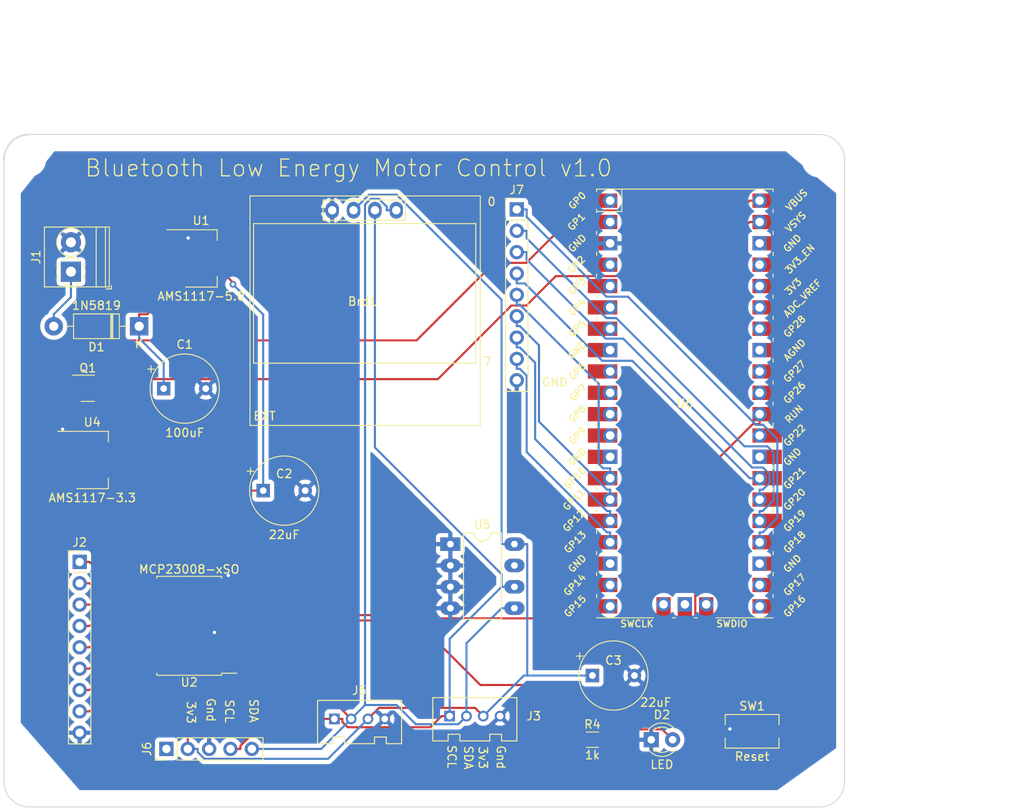
<source format=kicad_pcb>
(kicad_pcb (version 20211014) (generator pcbnew)
  (layers (0 "F.Cu" signal) (31 "B.Cu" signal) (34 "B.Paste" user) (35 "F.Paste" user) (36 "B.SilkS" user "B.Silkscreen") (37 "F.SilkS" user "F.Silkscreen") (38 "B.Mask" user) (39 "F.Mask" user) (44 "Edge.Cuts" user))
  (net 0 "")
  (net 1 "/VIN")
  (net 2 "/GND")
  (net 3 "/5V")
  (net 4 "/3V3")
  (net 5 "/12V")
  (net 6 "Net-(D2-Pad2)")
  (net 10 "Net-(J2-Pad1)")
  (net 11 "Net-(J2-Pad2)")
  (net 12 "Net-(J2-Pad3)")
  (net 13 "Net-(J2-Pad4)")
  (net 14 "Net-(J2-Pad5)")
  (net 15 "Net-(J2-Pad6)")
  (net 16 "Net-(J2-Pad7)")
  (net 17 "Net-(J2-Pad8)")
  (net 18 "/VBUS")
  (net 20 "Net-(J7-Pad1)")
  (net 21 "Net-(J7-Pad2)")
  (net 22 "Net-(J7-Pad3)")
  (net 23 "Net-(J7-Pad4)")
  (net 24 "Net-(J7-Pad5)")
  (net 25 "Net-(J7-Pad6)")
  (net 26 "Net-(J7-Pad7)")
  (net 27 "/VSYS")
  (net 28 "/RUN")
  (net 29 "/SCL")
  (net 30 "/SDA")
  (net 59 "Net-(J7-Pad8)")
  (footprint "Resistor_SMD:R_1206_3216Metric" (layer "F.Cu") (at 170 122)
    (fp_text reference "R4")
    (fp_text value "1k")
  )
  (footprint "Capacitor_THT:CP_Radial_Tantal_D8.0mm_P5.00mm" (layer "F.Cu") (at 118.9987 80.2315)
    (fp_text reference "C1")
    (fp_text value "100uF")
  )
  (footprint "Package_TO_SOT_SMD:SOT-223-3_TabPin2" (layer "F.Cu") (at 123.4544 64.7449)
    (fp_text reference "U1")
    (fp_text value "AMS1117-5.0")
  )
  (footprint "MountingHole:MountingHole_3.2mm_M3" (layer "F.Cu") (at 104 126)
    (fp_text reference "H4")
    (fp_text value "0")
  )
  (footprint "LED_THT:LED_D3.0mm" (layer "F.Cu") (at 177 122)
    (fp_text reference "D2")
    (fp_text value "LED")
  )
  (footprint "MCU_RaspberryPi_and_Boards:RP2040Pico" (layer "F.Cu") (at 181 82)
    (fp_text reference "U6")
    (fp_text value "Pico")
  )
  (footprint "Diode_THT:D_DO-41_SOD81_P10.16mm_Horizontal" (layer "F.Cu") (at 116.08 72.8163 180)
    (fp_text reference "D1")
    (fp_text value "1N5819")
  )
  (footprint "Package_DIP:DIP-8_W7.62mm_LongPads" (layer "F.Cu") (at 153.1012 98.7328)
    (fp_text reference "U5")
    (fp_text value "CAT24C256")
  )
  (footprint "Connector_PinHeader_2.54mm:PinHeader_1x09_P2.54mm_Vertical" (layer "F.Cu") (at 109 100.85)
    (fp_text reference "J2")
    (fp_text value "parallel port")
  )
  (footprint "MountingHole:MountingHole_3.2mm_M3" (layer "F.Cu") (at 197 53)
    (fp_text reference "H1")
    (fp_text value "0")
  )
  (footprint "Connector_PinHeader_2.54mm:PinHeader_1x05_P2.54mm_Vertical" (layer "F.Cu") (at 119.3261 123.0953 90)
    (fp_text reference "J6")
    (fp_text value "I2C")
  )
  (footprint "Package_TO_SOT_SMD:SOT-23-3" (layer "F.Cu") (at 109.9717 80.1918)
    (fp_text reference "Q1")
    (fp_text value "DMG2305UX-7")
  )
  (footprint "MountingHole:MountingHole_3.2mm_M3" (layer "F.Cu") (at 103 53)
    (fp_text reference "H3")
    (fp_text value "0")
  )
  (footprint "Package_TO_SOT_SMD:SOT-223-3_TabPin2" (layer "F.Cu") (at 110.503 88.7273)
    (fp_text reference "U4")
    (fp_text value "AMS1117-3.3")
  )
  (footprint "Button_Switch_SMD:SW_Tactile_SPST_NO_Straight_CK_PTS636Sx25SMTRLFS" (layer "F.Cu") (at 189 121)
    (fp_text reference "SW1")
    (fp_text value "Reset")
  )
  (footprint "Capacitor_THT:CP_Radial_Tantal_D8.0mm_P5.00mm" (layer "F.Cu") (at 170 114.3662)
    (fp_text reference "C3")
    (fp_text value "22uF")
  )
  (footprint "oled:128x64OLED" (layer "F.Cu") (at 142.6654 69.6118)
    (fp_text reference "Brd1")
    (fp_text value "SSD1306")
  )
  (footprint "OPL_Connector:HW4-2.0" (layer "F.Cu") (at 142.2983 119.5243)
    (fp_text reference "J5")
    (fp_text value "I2C")
  )
  (footprint "OPL_Connector:HW4-2.0" (layer "F.Cu") (at 156.0159 119.1948)
    (fp_text reference "J3")
    (fp_text value "I2C")
  )
  (footprint "TerminalBlock_Phoenix:TerminalBlock_Phoenix_PT-1,5-2-3.5-H_1x02_P3.50mm_Horizontal" (layer "F.Cu") (at 107.966 66.3221 90)
    (fp_text reference "J1")
    (fp_text value "Screw_Terminal_01x02")
  )
  (footprint "Connector_PinHeader_2.54mm:PinHeader_1x09_P2.54mm_Vertical" (layer "F.Cu") (at 161 58.92)
    (fp_text reference "J7")
    (fp_text value "keypad")
  )
  (footprint "Capacitor_THT:CP_Radial_Tantal_D8.0mm_P5.00mm" (layer "F.Cu") (at 130.8321 92.3683)
    (fp_text reference "C2")
    (fp_text value "22uF")
  )
  (footprint "Package_SO:SOIC-18W_7.5x11.6mm_P1.27mm" (layer "F.Cu") (at 122.0329 108.4495 180)
    (fp_text reference "U2")
    (fp_text value "MCP23008-xSO")
  )
  (footprint "MountingHole:MountingHole_3.2mm_M3" (layer "F.Cu") (at 197 127)
    (fp_text reference "H2")
    (fp_text value "0")
  )
  (gr_arc (start 100 53) (mid 100.87868 50.87868) (end 103 50) (layer "Edge.Cuts") (width 0.2))
  (gr_arc (start 103 130) (mid 100.87868 129.12132) (end 100 127) (layer "Edge.Cuts") (width 0.1))
  (gr_line (start 103 50) (end 197 50) (layer "Edge.Cuts") (width 0.1))
  (gr_arc (start 200 127) (mid 199.12132 129.12132) (end 197 130) (layer "Edge.Cuts") (width 0.1))
  (gr_line (start 100 53) (end 100 127) (layer "Edge.Cuts") (width 0.1))
  (gr_arc (start 197 50) (mid 199.12132 50.87868) (end 200 53) (layer "Edge.Cuts") (width 0.1))
  (gr_line (start 197 130) (end 103 130) (layer "Edge.Cuts") (width 0.1))
  (gr_line (start 200 53) (end 200 127) (layer "Edge.Cuts") (width 0.1))
  (gr_text "Gnd\n" (at 124.612001 118.462354 270) (layer "F.SilkS") (effects (font (size 1 1))))
  (gr_text "3v3\n" (at 156.983297 124.133479 270) (layer "F.SilkS") (effects (font (size 1 1))))
  (gr_text "SDA" (at 155.252232 124.133479 270) (layer "F.SilkS") (effects (font (size 1 1))))
  (gr_text "7" (at 157.5 77) (layer "F.SilkS") (effects (font (size 1 1))))
  (gr_text "GND" (at 165.520746 79.489232) (layer "F.SilkS") (effects (font (size 1 1))))
  (gr_text "SCL" (at 126.814151 118.609164 270) (layer "F.SilkS") (effects (font (size 1 1))))
  (gr_text "SCL" (at 153.266597 124.031652 270) (layer "F.SilkS") (effects (font (size 1 1))))
  (gr_text "0" (at 158 58) (layer "F.SilkS") (effects (font (size 1 1))))
  (gr_text "SDA" (at 129.701414 118.560228 270) (layer "F.SilkS") (effects (font (size 1 1))))
  (gr_text "Bluetooth Low Energy Motor Control v1.0\n" (at 141 54) (layer "F.SilkS") (effects (font (size 2 2))))
  (gr_text "Gnd\n" (at 159.121673 124.082566 270) (layer "F.SilkS") (effects (font (size 1 1))))
  (gr_text "3v3\n" (at 122.258464 118.755974 270) (layer "F.SilkS") (effects (font (size 1 1))))
  (gr_text "EXT" (at 131 83.5) (layer "F.SilkS") (effects (font (size 1 1))))
  (segment (start 120.3044 67.0449) (end 120.3044 68.1218) (width 0.25) (layer "F.Cu") (net 1))
  (segment (start 117.0368 71.3894) (end 116.08 71.3894) (width 0.25) (layer "F.Cu") (net 1))
  (segment (start 116.08 72.8163) (end 116.08 71.3894) (width 0.25) (layer "F.Cu") (net 1))
  (segment (start 120.3044 68.1218) (end 117.0368 71.3894) (width 0.25) (layer "F.Cu") (net 1))
  (segment (start 116.08 72.8163) (end 116.08 74.2432) (width 0.25) (layer "B.Cu") (net 1))
  (segment (start 116.08 74.2432) (end 118.9987 77.1619) (width 0.25) (layer "B.Cu") (net 1))
  (segment (start 118.9987 77.1619) (end 118.9987 80.2315) (width 0.25) (layer "B.Cu") (net 1))
  (segment (start 126.2057 109.2423) (end 126.6829 109.7195) (width 0.25) (layer "F.Cu") (net 2))
  (segment (start 186.3568 120.7201) (end 186.0769 121) (width 0.25) (layer "F.Cu") (net 2))
  (segment (start 121.7627 62.3135) (end 121.6313 62.4449) (width 0.25) (layer "F.Cu") (net 2))
  (segment (start 185.125 121) (end 186.0769 121) (width 0.25) (layer "F.Cu") (net 2))
  (segment (start 107.353 86.4273) (end 107.353 85.3504) (width 0.25) (layer "F.Cu") (net 2))
  (segment (start 121.9118 62.3135) (end 121.7627 62.3135) (width 0.25) (layer "F.Cu") (net 2))
  (segment (start 126.2057 109.2423) (end 126.2057 108.9267) (width 0.25) (layer "F.Cu") (net 2))
  (segment (start 126.2057 108.9267) (end 126.6829 108.4495) (width 0.25) (layer "F.Cu") (net 2))
  (segment (start 125.0399 109.2423) (end 126.2057 109.2423) (width 0.25) (layer "F.Cu") (net 2))
  (segment (start 126.6829 102.4558) (end 126.6829 103.3695) (width 0.25) (layer "F.Cu") (net 2))
  (segment (start 106.9736 85.0681) (end 107.2559 85.3504) (width 0.25) (layer "F.Cu") (net 2))
  (segment (start 126.6829 110.9895) (end 126.6829 109.7195) (width 0.25) (layer "F.Cu") (net 2))
  (segment (start 120.3044 62.4449) (end 121.6313 62.4449) (width 0.25) (layer "F.Cu") (net 2))
  (segment (start 107.2559 85.3504) (end 107.353 85.3504) (width 0.25) (layer "F.Cu") (net 2))
  (via (at 186.3568 120.7201) (size 0.8) (drill 0.4) (layers "F.Cu" "B.Cu") (net 2))
  (via (at 126.6829 102.4558) (size 0.8) (drill 0.4) (layers "F.Cu" "B.Cu") (net 2))
  (via (at 125.0399 109.2423) (size 0.8) (drill 0.4) (layers "F.Cu" "B.Cu") (net 2))
  (via (at 121.9118 62.3135) (size 0.8) (drill 0.4) (layers "F.Cu" "B.Cu") (net 2))
  (via (at 106.9736 85.0681) (size 0.8) (drill 0.4) (layers "F.Cu" "B.Cu") (net 2))
  (segment (start 127.2409 67.8196) (end 127.2409 67.6083) (width 0.25) (layer "F.Cu") (net 3))
  (segment (start 156.6707 115.4916) (end 162.0291 115.4916) (width 0.25) (layer "F.Cu") (net 3))
  (segment (start 126.6044 65.4698) (end 126.6044 66.9718) (width 0.25) (layer "F.Cu") (net 3))
  (segment (start 125.3183 92.3683) (end 123.2857 92.3683) (width 0.25) (layer "F.Cu") (net 3))
  (segment (start 127.2409 67.6083) (end 126.6044 66.9718) (width 0.25) (layer "F.Cu") (net 3))
  (segment (start 148.9936 107.8145) (end 156.6707 115.4916) (width 0.25) (layer "F.Cu") (net 3))
  (segment (start 123.2857 92.3683) (end 111.1092 80.1918) (width 0.25) (layer "F.Cu") (net 3))
  (segment (start 122.3562 65.4698) (end 121.6313 64.7449) (width 0.25) (layer "F.Cu") (net 3))
  (segment (start 125.3183 107.5155) (end 125.6173 107.8145) (width 0.25) (layer "F.Cu") (net 3))
  (segment (start 126.6044 64.7449) (end 126.6044 65.4698) (width 0.25) (layer "F.Cu") (net 3))
  (segment (start 130.8321 92.3683) (end 125.3183 92.3683) (width 0.25) (layer "F.Cu") (net 3))
  (segment (start 162.0291 115.4916) (end 168.5375 122) (width 0.25) (layer "F.Cu") (net 3))
  (segment (start 126.6044 65.4698) (end 122.3562 65.4698) (width 0.25) (layer "F.Cu") (net 3))
  (segment (start 120.3044 64.7449) (end 121.6313 64.7449) (width 0.25) (layer "F.Cu") (net 3))
  (segment (start 125.3183 92.3683) (end 125.3183 107.5155) (width 0.25) (layer "F.Cu") (net 3))
  (segment (start 125.6173 107.8145) (end 148.9936 107.8145) (width 0.25) (layer "F.Cu") (net 3))
  (via (at 127.2409 67.8196) (size 0.8) (drill 0.4) (layers "F.Cu" "B.Cu") (net 3))
  (segment (start 130.8321 71.4108) (end 130.8321 92.3683) (width 0.25) (layer "B.Cu") (net 3))
  (segment (start 127.2409 67.8196) (end 130.8321 71.4108) (width 0.25) (layer "B.Cu") (net 3))
  (segment (start 109.1789 89.2263) (end 108.6799 88.7273) (width 0.25) (layer "F.Cu") (net 4))
  (segment (start 156.0336 118.2143) (end 157.0141 119.1948) (width 0.25) (layer "F.Cu") (net 4))
  (segment (start 118.788 112.6473) (end 117.9058 113.5295) (width 0.25) (layer "F.Cu") (net 4))
  (segment (start 117.9058 113.5295) (end 117.3829 113.5295) (width 0.25) (layer "F.Cu") (net 4))
  (segment (start 121.8661 117.4898) (end 121.8661 123.0953) (width 0.25) (layer "F.Cu") (net 4))
  (segment (start 107.353 88.7273) (end 108.6799 88.7273) (width 0.25) (layer "F.Cu") (net 4))
  (segment (start 117.9058 113.5295) (end 121.8661 117.4898) (width 0.25) (layer "F.Cu") (net 4))
  (segment (start 144.6065 118.2143) (end 156.0336 118.2143) (width 0.25) (layer "F.Cu") (net 4))
  (segment (start 113.653 89.2263) (end 118.788 94.3613) (width 0.25) (layer "F.Cu") (net 4))
  (segment (start 113.653 88.7273) (end 113.653 89.2263) (width 0.25) (layer "F.Cu") (net 4))
  (segment (start 118.788 94.3613) (end 118.788 112.6473) (width 0.25) (layer "F.Cu") (net 4))
  (segment (start 143.2965 119.5243) (end 144.6065 118.2143) (width 0.25) (layer "F.Cu") (net 4))
  (segment (start 113.653 89.2263) (end 109.1789 89.2263) (width 0.25) (layer "F.Cu") (net 4))
  (segment (start 121.8661 123.0953) (end 123.043 123.0953) (width 0.25) (layer "B.Cu") (net 4))
  (segment (start 123.043 123.4631) (end 123.8524 124.2725) (width 0.25) (layer "B.Cu") (net 4))
  (segment (start 160.7212 98.7328) (end 162.2481 98.7328) (width 0.25) (layer "B.Cu") (net 4))
  (segment (start 123.043 123.0953) (end 123.043 123.4631) (width 0.25) (layer "B.Cu") (net 4))
  (segment (start 141.5854 59.0118) (end 143.4278 57.1694) (width 0.25) (layer "B.Cu") (net 4))
  (segment (start 143.4278 57.1694) (end 146.7094 57.1694) (width 0.25) (layer "B.Cu") (net 4))
  (segment (start 160.7212 98.7328) (end 159.1943 98.7328) (width 0.25) (layer "B.Cu") (net 4))
  (segment (start 157.0141 119.1948) (end 161.8427 114.3662) (width 0.25) (layer "B.Cu") (net 4))
  (segment (start 159.1943 69.6543) (end 159.1943 98.7328) (width 0.25) (layer "B.Cu") (net 4))
  (segment (start 161.8427 114.3662) (end 162.2481 114.3662) (width 0.25) (layer "B.Cu") (net 4))
  (segment (start 146.7094 57.1694) (end 159.1943 69.6543) (width 0.25) (layer "B.Cu") (net 4))
  (segment (start 138.5483 124.2725) (end 143.2965 119.5243) (width 0.25) (layer "B.Cu") (net 4))
  (segment (start 162.2481 114.3662) (end 162.2481 98.7328) (width 0.25) (layer "B.Cu") (net 4))
  (segment (start 123.8524 124.2725) (end 138.5483 124.2725) (width 0.25) (layer "B.Cu") (net 4))
  (segment (start 162.2481 114.3662) (end 170 114.3662) (width 0.25) (layer "B.Cu") (net 4))
  (segment (start 105.92 71.3894) (end 107.966 69.3434) (width 0.25) (layer "B.Cu") (net 5))
  (segment (start 105.92 72.8163) (end 105.92 71.3894) (width 0.25) (layer "B.Cu") (net 5))
  (segment (start 107.966 69.3434) (end 107.966 66.3221) (width 0.25) (layer "B.Cu") (net 5))
  (segment (start 172.6894 120.7731) (end 171.4625 122) (width 0.25) (layer "F.Cu") (net 6))
  (segment (start 178.3131 120.7731) (end 172.6894 120.7731) (width 0.25) (layer "F.Cu") (net 6))
  (segment (start 179.54 122) (end 178.3131 120.7731) (width 0.25) (layer "F.Cu") (net 6))
  (segment (start 109 100.85) (end 110.1769 100.85) (width 0.25) (layer "F.Cu") (net 10))
  (segment (start 112.6964 103.3695) (end 110.1769 100.85) (width 0.25) (layer "F.Cu") (net 10))
  (segment (start 117.3829 103.3695) (end 112.6964 103.3695) (width 0.25) (layer "F.Cu") (net 10))
  (segment (start 111.4264 104.6395) (end 110.1769 103.39) (width 0.25) (layer "F.Cu") (net 11))
  (segment (start 109 103.39) (end 110.1769 103.39) (width 0.25) (layer "F.Cu") (net 11))
  (segment (start 117.3829 104.6395) (end 111.4264 104.6395) (width 0.25) (layer "F.Cu") (net 11))
  (segment (start 117.3829 105.9095) (end 110.1974 105.9095) (width 0.25) (layer "F.Cu") (net 12))
  (segment (start 109 105.93) (end 110.1769 105.93) (width 0.25) (layer "F.Cu") (net 12))
  (segment (start 110.1974 105.9095) (end 110.1769 105.93) (width 0.25) (layer "F.Cu") (net 12))
  (segment (start 111.4674 107.1795) (end 110.1769 108.47) (width 0.25) (layer "F.Cu") (net 13))
  (segment (start 117.3829 107.1795) (end 111.4674 107.1795) (width 0.25) (layer "F.Cu") (net 13))
  (segment (start 109 108.47) (end 110.1769 108.47) (width 0.25) (layer "F.Cu") (net 13))
  (segment (start 112.7374 108.4495) (end 110.1769 111.01) (width 0.25) (layer "F.Cu") (net 14))
  (segment (start 117.3829 108.4495) (end 112.7374 108.4495) (width 0.25) (layer "F.Cu") (net 14))
  (segment (start 109 111.01) (end 110.1769 111.01) (width 0.25) (layer "F.Cu") (net 14))
  (segment (start 117.3829 109.7195) (end 114.0074 109.7195) (width 0.25) (layer "F.Cu") (net 15))
  (segment (start 109 113.55) (end 110.1769 113.55) (width 0.25) (layer "F.Cu") (net 15))
  (segment (start 114.0074 109.7195) (end 110.1769 113.55) (width 0.25) (layer "F.Cu") (net 15))
  (segment (start 109 116.09) (end 110.1769 116.09) (width 0.25) (layer "F.Cu") (net 16))
  (segment (start 110.1769 116.09) (end 115.2774 110.9895) (width 0.25) (layer "F.Cu") (net 16))
  (segment (start 115.2774 110.9895) (end 117.3829 110.9895) (width 0.25) (layer "F.Cu") (net 16))
  (segment (start 110.1769 118.63) (end 116.5474 112.2595) (width 0.25) (layer "F.Cu") (net 17))
  (segment (start 116.5474 112.2595) (end 117.3829 112.2595) (width 0.25) (layer "F.Cu") (net 17))
  (segment (start 109 118.63) (end 110.1769 118.63) (width 0.25) (layer "F.Cu") (net 17))
  (segment (start 108.8342 79.2418) (end 113.5826 74.4934) (width 0.25) (layer "F.Cu") (net 18))
  (segment (start 187.5362 59.0469) (end 188.7131 57.87) (width 0.25) (layer "F.Cu") (net 18))
  (segment (start 113.5826 74.4934) (end 149.0889 74.4934) (width 0.25) (layer "F.Cu") (net 18))
  (segment (start 158.3122 65.2701) (end 162.1412 65.2701) (width 0.25) (layer "F.Cu") (net 18))
  (segment (start 168.3644 59.0469) (end 187.5362 59.0469) (width 0.25) (layer "F.Cu") (net 18))
  (segment (start 189.89 57.87) (end 188.7131 57.87) (width 0.25) (layer "F.Cu") (net 18))
  (segment (start 162.1412 65.2701) (end 168.3644 59.0469) (width 0.25) (layer "F.Cu") (net 18))
  (segment (start 149.0889 74.4934) (end 158.3122 65.2701) (width 0.25) (layer "F.Cu") (net 18))
  (segment (start 162.1769 59.8027) (end 162.1769 58.92) (width 0.25) (layer "B.Cu") (net 20))
  (segment (start 191.9998 86.2338) (end 190.306 84.54) (width 0.25) (layer "B.Cu") (net 20))
  (segment (start 189.89 97.3331) (end 190.2578 97.3331) (width 0.25) (layer "B.Cu") (net 20))
  (segment (start 189.89 98.51) (end 189.89 97.3331) (width 0.25) (layer "B.Cu") (net 20))
  (segment (start 191.9998 95.5911) (end 191.9998 86.2338) (width 0.25) (layer "B.Cu") (net 20))
  (segment (start 161 58.92) (end 162.1769 58.92) (width 0.25) (layer "B.Cu") (net 20))
  (segment (start 190.2578 97.3331) (end 191.9998 95.5911) (width 0.25) (layer "B.Cu") (net 20))
  (segment (start 189.4664 84.54) (end 174.2264 69.3) (width 0.25) (layer "B.Cu") (net 20))
  (segment (start 190.306 84.54) (end 189.4664 84.54) (width 0.25) (layer "B.Cu") (net 20))
  (segment (start 174.2264 69.3) (end 171.6742 69.3) (width 0.25) (layer "B.Cu") (net 20))
  (segment (start 171.6742 69.3) (end 162.1769 59.8027) (width 0.25) (layer "B.Cu") (net 20))
  (segment (start 189.89 95.97) (end 189.89 94.7931) (width 0.25) (layer "B.Cu") (net 21))
  (segment (start 161 61.46) (end 162.1769 61.46) (width 0.25) (layer "B.Cu") (net 21))
  (segment (start 162.1769 62.3427) (end 171.6742 71.84) (width 0.25) (layer "B.Cu") (net 21))
  (segment (start 171.6742 71.84) (end 172.831 71.84) (width 0.25) (layer "B.Cu") (net 21))
  (segment (start 191.5349 87.8219) (end 191.5349 93.516) (width 0.25) (layer "B.Cu") (net 21))
  (segment (start 162.1769 61.46) (end 162.1769 62.3427) (width 0.25) (layer "B.Cu") (net 21))
  (segment (start 188.0889 87.0979) (end 190.8109 87.0979) (width 0.25) (layer "B.Cu") (net 21))
  (segment (start 191.5349 93.516) (end 190.2578 94.7931) (width 0.25) (layer "B.Cu") (net 21))
  (segment (start 190.8109 87.0979) (end 191.5349 87.8219) (width 0.25) (layer "B.Cu") (net 21))
  (segment (start 190.2578 94.7931) (end 189.89 94.7931) (width 0.25) (layer "B.Cu") (net 21))
  (segment (start 172.831 71.84) (end 188.0889 87.0979) (width 0.25) (layer "B.Cu") (net 21))
  (segment (start 162.1769 64) (end 162.1769 64.8827) (width 0.25) (layer "B.Cu") (net 22))
  (segment (start 190.2558 92.2531) (end 189.89 92.2531) (width 0.25) (layer "B.Cu") (net 22))
  (segment (start 188.9976 89.6199) (end 190.2919 89.6199) (width 0.25) (layer "B.Cu") (net 22))
  (segment (start 191.0741 90.4021) (end 191.0741 91.4348) (width 0.25) (layer "B.Cu") (net 22))
  (segment (start 191.0741 91.4348) (end 190.2558 92.2531) (width 0.25) (layer "B.Cu") (net 22))
  (segment (start 190.2919 89.6199) (end 191.0741 90.4021) (width 0.25) (layer "B.Cu") (net 22))
  (segment (start 171.5811 74.2869) (end 173.6646 74.2869) (width 0.25) (layer "B.Cu") (net 22))
  (segment (start 161 64) (end 162.1769 64) (width 0.25) (layer "B.Cu") (net 22))
  (segment (start 162.1769 64.8827) (end 171.5811 74.2869) (width 0.25) (layer "B.Cu") (net 22))
  (segment (start 189.89 93.43) (end 189.89 92.2531) (width 0.25) (layer "B.Cu") (net 22))
  (segment (start 173.6646 74.2869) (end 188.9976 89.6199) (width 0.25) (layer "B.Cu") (net 22))
  (segment (start 171.1685 76.92) (end 174.7431 76.92) (width 0.25) (layer "B.Cu") (net 23))
  (segment (start 174.7431 76.92) (end 188.7131 90.89) (width 0.25) (layer "B.Cu") (net 23))
  (segment (start 161 67.7169) (end 161.9654 67.7169) (width 0.25) (layer "B.Cu") (net 23))
  (segment (start 161 66.54) (end 161 67.7169) (width 0.25) (layer "B.Cu") (net 23))
  (segment (start 161.9654 67.7169) (end 171.1685 76.92) (width 0.25) (layer "B.Cu") (net 23))
  (segment (start 189.89 90.89) (end 188.7131 90.89) (width 0.25) (layer "B.Cu") (net 23))
  (segment (start 161.3678 70.2569) (end 170.7454 79.6345) (width 0.25) (layer "B.Cu") (net 24))
  (segment (start 170.7454 89.1808) (end 171.2777 89.7131) (width 0.25) (layer "B.Cu") (net 24))
  (segment (start 171.2777 89.7131) (end 172.11 89.7131) (width 0.25) (layer "B.Cu") (net 24))
  (segment (start 161 69.08) (end 161 70.2569) (width 0.25) (layer "B.Cu") (net 24))
  (segment (start 161 70.2569) (end 161.3678 70.2569) (width 0.25) (layer "B.Cu") (net 24))
  (segment (start 170.7454 79.6345) (end 170.7454 89.1808) (width 0.25) (layer "B.Cu") (net 24))
  (segment (start 172.11 90.89) (end 172.11 89.7131) (width 0.25) (layer "B.Cu") (net 24))
  (segment (start 161 71.62) (end 161 72.7969) (width 0.25) (layer "B.Cu") (net 25))
  (segment (start 172.11 93.43) (end 172.11 92.2531) (width 0.25) (layer "B.Cu") (net 25))
  (segment (start 171.7422 92.2531) (end 163.644 84.1549) (width 0.25) (layer "B.Cu") (net 25))
  (segment (start 163.644 84.1549) (end 163.644 75.0751) (width 0.25) (layer "B.Cu") (net 25))
  (segment (start 172.11 92.2531) (end 171.7422 92.2531) (width 0.25) (layer "B.Cu") (net 25))
  (segment (start 161.3658 72.7969) (end 161 72.7969) (width 0.25) (layer "B.Cu") (net 25))
  (segment (start 163.644 75.0751) (end 161.3658 72.7969) (width 0.25) (layer "B.Cu") (net 25))
  (segment (start 171.7422 94.7931) (end 172.11 94.7931) (width 0.25) (layer "B.Cu") (net 26))
  (segment (start 163.185 86.2359) (end 171.7422 94.7931) (width 0.25) (layer "B.Cu") (net 26))
  (segment (start 161 74.16) (end 161 75.3369) (width 0.25) (layer "B.Cu") (net 26))
  (segment (start 161.3658 75.3369) (end 163.185 77.1561) (width 0.25) (layer "B.Cu") (net 26))
  (segment (start 172.11 95.97) (end 172.11 94.7931) (width 0.25) (layer "B.Cu") (net 26))
  (segment (start 163.185 77.1561) (end 163.185 86.2359) (width 0.25) (layer "B.Cu") (net 26))
  (segment (start 161 75.3369) (end 161.3658 75.3369) (width 0.25) (layer "B.Cu") (net 26))
  (segment (start 106.0261 89.7004) (end 106.0261 83.9499) (width 0.25) (layer "F.Cu") (net 27))
  (segment (start 107.353 89.9504) (end 106.2761 89.9504) (width 0.25) (layer "F.Cu") (net 27))
  (segment (start 189.89 60.41) (end 188.7131 60.41) (width 0.25) (layer "F.Cu") (net 27))
  (segment (start 108.8342 81.0413) (end 110.7709 79.1046) (width 0.25) (layer "F.Cu") (net 27))
  (segment (start 160.3697 70.3501) (end 162.1412 70.3501) (width 0.25) (layer "F.Cu") (net 27))
  (segment (start 162.1412 70.3501) (end 165.6382 66.8531) (width 0.25) (layer "F.Cu") (net 27))
  (segment (start 151.6152 79.1046) (end 160.3697 70.3501) (width 0.25) (layer "F.Cu") (net 27))
  (segment (start 106.0261 83.9499) (end 108.8342 81.1418) (width 0.25) (layer "F.Cu") (net 27))
  (segment (start 165.6382 66.8531) (end 182.27 66.8531) (width 0.25) (layer "F.Cu") (net 27))
  (segment (start 106.2761 89.9504) (end 106.0261 89.7004) (width 0.25) (layer "F.Cu") (net 27))
  (segment (start 110.7709 79.1046) (end 151.6152 79.1046) (width 0.25) (layer "F.Cu") (net 27))
  (segment (start 182.27 66.8531) (end 188.7131 60.41) (width 0.25) (layer "F.Cu") (net 27))
  (segment (start 108.8342 81.1418) (end 108.8342 81.0413) (width 0.25) (layer "F.Cu") (net 27))
  (segment (start 107.353 91.0273) (end 107.353 89.9504) (width 0.25) (layer "F.Cu") (net 27))
  (segment (start 182.2365 109.5346) (end 182.2365 108.9029) (width 0.25) (layer "F.Cu") (net 28))
  (segment (start 182.2365 108.9029) (end 182.2365 91.2913) (width 0.25) (layer "F.Cu") (net 28))
  (segment (start 149.6434 107.5612) (end 164.7556 107.5612) (width 0.25) (layer "F.Cu") (net 28))
  (segment (start 189.0809 84.4469) (end 189.89 84.4469) (width 0.25) (layer "F.Cu") (net 28))
  (segment (start 166.0973 108.9029) (end 182.2365 108.9029) (width 0.25) (layer "F.Cu") (net 28))
  (segment (start 192.875 120.1731) (end 182.2365 109.5346) (width 0.25) (layer "F.Cu") (net 28))
  (segment (start 182.2365 91.2913) (end 189.0809 84.4469) (width 0.25) (layer "F.Cu") (net 28))
  (segment (start 149.2617 107.1795) (end 149.6434 107.5612) (width 0.25) (layer "F.Cu") (net 28))
  (segment (start 192.875 121) (end 192.875 120.1731) (width 0.25) (layer "F.Cu") (net 28))
  (segment (start 189.89 83.27) (end 189.89 84.4469) (width 0.25) (layer "F.Cu") (net 28))
  (segment (start 126.6829 107.1795) (end 149.2617 107.1795) (width 0.25) (layer "F.Cu") (net 28))
  (segment (start 164.7556 107.5612) (end 166.0973 108.9029) (width 0.25) (layer "F.Cu") (net 28))
  (segment (start 140.2605 119.8993) (end 140.8799 120.5187) (width 0.25) (layer "F.Cu") (net 29))
  (segment (start 140.8799 120.5187) (end 150.7304 120.5187) (width 0.25) (layer "F.Cu") (net 29))
  (segment (start 131.3282 118.1748) (end 131.3282 119.5243) (width 0.25) (layer "F.Cu") (net 29))
  (segment (start 126.6829 113.5295) (end 131.3282 118.1748) (width 0.25) (layer "F.Cu") (net 29))
  (segment (start 153.0162 119.1948) (end 152.0543 119.1948) (width 0.25) (layer "F.Cu") (net 29))
  (segment (start 126.9461 123.0953) (end 128.123 123.0953) (width 0.25) (layer "F.Cu") (net 29))
  (segment (start 140.2605 119.5243) (end 140.2605 119.8993) (width 0.25) (layer "F.Cu") (net 29))
  (segment (start 138.8177 119.5243) (end 131.3282 119.5243) (width 0.25) (layer "F.Cu") (net 29))
  (segment (start 139.2986 119.5243) (end 138.8177 119.5243) (width 0.25) (layer "F.Cu") (net 29))
  (segment (start 131.3282 119.5243) (end 128.123 122.7295) (width 0.25) (layer "F.Cu") (net 29))
  (segment (start 139.2986 119.5243) (end 140.2605 119.5243) (width 0.25) (layer "F.Cu") (net 29))
  (segment (start 150.7304 120.5187) (end 152.0543 119.1948) (width 0.25) (layer "F.Cu") (net 29))
  (segment (start 128.123 122.7295) (end 128.123 123.0953) (width 0.25) (layer "F.Cu") (net 29))
  (segment (start 153.0162 119.1948) (end 153.0162 109.9924) (width 0.25) (layer "B.Cu") (net 29))
  (segment (start 159.1958 102.3112) (end 144.1254 87.2408) (width 0.25) (layer "B.Cu") (net 29))
  (segment (start 160.7212 103.8128) (end 159.3077 103.8128) (width 0.25) (layer "B.Cu") (net 29))
  (segment (start 159.1958 103.8128) (end 159.1958 102.3112) (width 0.25) (layer "B.Cu") (net 29))
  (segment (start 144.1254 87.2408) (end 144.1254 59.0118) (width 0.25) (layer "B.Cu") (net 29))
  (segment (start 153.0162 109.9924) (end 159.1958 103.8128) (width 0.25) (layer "B.Cu") (net 29))
  (segment (start 159.3077 103.8128) (end 159.1958 103.8128) (width 0.25) (layer "B.Cu") (net 29))
  (segment (start 126.6829 112.2595) (end 134.0353 112.2595) (width 0.25) (layer "F.Cu") (net 30))
  (segment (start 134.0353 112.2595) (end 141.3001 119.5243) (width 0.25) (layer "F.Cu") (net 30))
  (segment (start 154.0558 120.1567) (end 155.0177 119.1948) (width 0.25) (layer "B.Cu") (net 30))
  (segment (start 144.6079 57.6643) (end 143.6099 57.6643) (width 0.25) (layer "B.Cu") (net 30))
  (segment (start 160.7212 106.3528) (end 159.1943 106.3528) (width 0.25) (layer "B.Cu") (net 30))
  (segment (start 137.7291 123.0953) (end 129.4861 123.0953) (width 0.25) (layer "B.Cu") (net 30))
  (segment (start 145.5385 58.5949) (end 144.6079 57.6643) (width 0.25) (layer "B.Cu") (net 30))
  (segment (start 142.9512 117.8732) (end 146.7101 117.8732) (width 0.25) (layer "B.Cu") (net 30))
  (segment (start 148.9936 120.1567) (end 154.0558 120.1567) (width 0.25) (layer "B.Cu") (net 30))
  (segment (start 155.0177 119.1948) (end 155.0177 110.5294) (width 0.25) (layer "B.Cu") (net 30))
  (segment (start 146.6654 59.0118) (end 145.5385 59.0118) (width 0.25) (layer "B.Cu") (net 30))
  (segment (start 145.5385 59.0118) (end 145.5385 58.5949) (width 0.25) (layer "B.Cu") (net 30))
  (segment (start 146.7101 117.8732) (end 148.9936 120.1567) (width 0.25) (layer "B.Cu") (net 30))
  (segment (start 142.9512 117.8732) (end 141.3001 119.5243) (width 0.25) (layer "B.Cu") (net 30))
  (segment (start 141.3001 119.5243) (end 137.7291 123.0953) (width 0.25) (layer "B.Cu") (net 30))
  (segment (start 142.9512 58.323) (end 142.9512 117.8732) (width 0.25) (layer "B.Cu") (net 30))
  (segment (start 143.6099 57.6643) (end 142.9512 58.323) (width 0.25) (layer "B.Cu") (net 30))
  (segment (start 155.0177 110.5294) (end 159.1943 106.3528) (width 0.25) (layer "B.Cu") (net 30))
  (segment (start 172.11 98.51) (end 172.11 97.3331) (width 0.25) (layer "B.Cu") (net 59))
  (segment (start 161 77.8769) (end 161.3679 77.8769) (width 0.25) (layer "B.Cu") (net 59))
  (segment (start 162.1769 87.7658) (end 171.7442 97.3331) (width 0.25) (layer "B.Cu") (net 59))
  (segment (start 171.7442 97.3331) (end 172.11 97.3331) (width 0.25) (layer "B.Cu") (net 59))
  (segment (start 161.3679 77.8769) (end 162.1769 78.6859) (width 0.25) (layer "B.Cu") (net 59))
  (segment (start 161 76.7) (end 161 77.8769) (width 0.25) (layer "B.Cu") (net 59))
  (segment (start 162.1769 78.6859) (end 162.1769 87.7658) (width 0.25) (layer "B.Cu") (net 59))
  (zone (net 2) (net_name "/GND") (layer "B.Cu") (connect_pads (clearance 0.508)) (min_thickness 0.254) (fill yes (thermal_gap 0.508) (thermal_bridge_width 0.508))
    (polygon (pts (xy 199 57) (xy 199 123) (xy 192 128) (xy 109 128) (xy 102 120) (xy 102 57) (xy 106 52) (xy 193 52)))
  )
)
</source>
